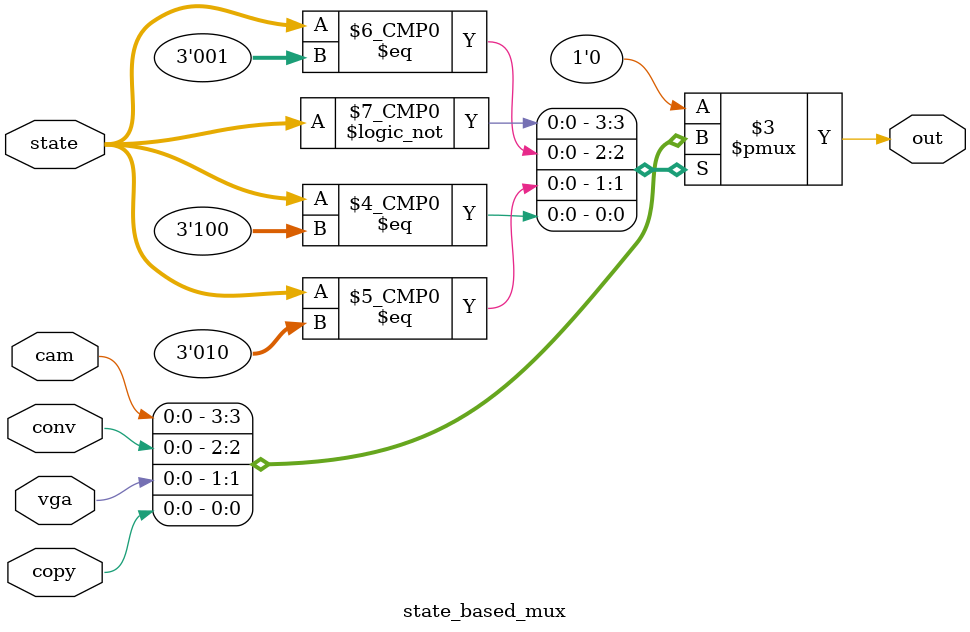
<source format=sv>
module state_based_mux #(WIDTH=1) (
	input [2:0] state,
	input [WIDTH-1:0] cam, conv, vga, copy,
	output [WIDTH-1:0] out);
	
	parameter [2:0] CAM=3'b000, CONV=3'b001, VGA=3'b010, VGA_WAIT=3'b011, COPY=3'b100;
	
	always_comb begin
		case (state)
			CAM: out = cam;
			CONV: out = conv;
			VGA: out = vga;
			VGA_WAIT: out = 0;
			COPY: out = copy;
			default: out = 0;
		endcase
	end
	
endmodule

</source>
